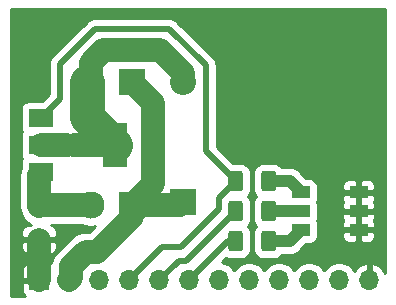
<source format=gbr>
%TF.GenerationSoftware,KiCad,Pcbnew,5.1.6+dfsg1-1*%
%TF.CreationDate,2020-12-14T15:48:38-08:00*%
%TF.ProjectId,High_Current_Analog,48696768-5f43-4757-9272-656e745f416e,rev?*%
%TF.SameCoordinates,Original*%
%TF.FileFunction,Copper,L1,Top*%
%TF.FilePolarity,Positive*%
%FSLAX46Y46*%
G04 Gerber Fmt 4.6, Leading zero omitted, Abs format (unit mm)*
G04 Created by KiCad (PCBNEW 5.1.6+dfsg1-1) date 2020-12-14 15:48:38*
%MOMM*%
%LPD*%
G01*
G04 APERTURE LIST*
%TA.AperFunction,ComponentPad*%
%ADD10C,2.300000*%
%TD*%
%TA.AperFunction,ComponentPad*%
%ADD11R,2.300000X2.300000*%
%TD*%
%TA.AperFunction,SMDPad,CuDef*%
%ADD12R,2.000000X1.500000*%
%TD*%
%TA.AperFunction,SMDPad,CuDef*%
%ADD13R,2.000000X3.800000*%
%TD*%
%TA.AperFunction,ComponentPad*%
%ADD14O,1.700000X1.700000*%
%TD*%
%TA.AperFunction,ComponentPad*%
%ADD15R,1.700000X1.700000*%
%TD*%
%TA.AperFunction,ComponentPad*%
%ADD16O,2.200000X2.200000*%
%TD*%
%TA.AperFunction,ComponentPad*%
%ADD17R,2.200000X2.200000*%
%TD*%
%TA.AperFunction,SMDPad,CuDef*%
%ADD18R,1.500000X1.000000*%
%TD*%
%TA.AperFunction,Conductor*%
%ADD19C,2.000000*%
%TD*%
%TA.AperFunction,Conductor*%
%ADD20C,1.000000*%
%TD*%
%TA.AperFunction,Conductor*%
%ADD21C,3.000000*%
%TD*%
%TA.AperFunction,Conductor*%
%ADD22C,0.500000*%
%TD*%
%TA.AperFunction,Conductor*%
%ADD23C,0.254000*%
%TD*%
G04 APERTURE END LIST*
D10*
%TO.P,J3,2*%
%TO.N,GNDPWR*%
X125278000Y-64770000D03*
D11*
%TO.P,J3,1*%
%TO.N,VCC*%
X128778000Y-64770000D03*
%TD*%
D10*
%TO.P,J2,2*%
%TO.N,OUT1*%
X125278000Y-54356000D03*
D11*
%TO.P,J2,1*%
%TO.N,VCC*%
X128778000Y-54356000D03*
%TD*%
%TO.P,R4,2*%
%TO.N,GND*%
%TA.AperFunction,SMDPad,CuDef*%
G36*
G01*
X120279000Y-67069000D02*
X121529000Y-67069000D01*
G75*
G02*
X121779000Y-67319000I0J-250000D01*
G01*
X121779000Y-68069000D01*
G75*
G02*
X121529000Y-68319000I-250000J0D01*
G01*
X120279000Y-68319000D01*
G75*
G02*
X120029000Y-68069000I0J250000D01*
G01*
X120029000Y-67319000D01*
G75*
G02*
X120279000Y-67069000I250000J0D01*
G01*
G37*
%TD.AperFunction*%
%TO.P,R4,1*%
%TO.N,GNDPWR*%
%TA.AperFunction,SMDPad,CuDef*%
G36*
G01*
X120279000Y-64269000D02*
X121529000Y-64269000D01*
G75*
G02*
X121779000Y-64519000I0J-250000D01*
G01*
X121779000Y-65269000D01*
G75*
G02*
X121529000Y-65519000I-250000J0D01*
G01*
X120279000Y-65519000D01*
G75*
G02*
X120029000Y-65269000I0J250000D01*
G01*
X120029000Y-64519000D01*
G75*
G02*
X120279000Y-64269000I250000J0D01*
G01*
G37*
%TD.AperFunction*%
%TD*%
%TO.P,R3,2*%
%TO.N,Net-(D1-Pad4)*%
%TA.AperFunction,SMDPad,CuDef*%
G36*
G01*
X139710000Y-63363000D02*
X139710000Y-62113000D01*
G75*
G02*
X139960000Y-61863000I250000J0D01*
G01*
X140710000Y-61863000D01*
G75*
G02*
X140960000Y-62113000I0J-250000D01*
G01*
X140960000Y-63363000D01*
G75*
G02*
X140710000Y-63613000I-250000J0D01*
G01*
X139960000Y-63613000D01*
G75*
G02*
X139710000Y-63363000I0J250000D01*
G01*
G37*
%TD.AperFunction*%
%TO.P,R3,1*%
%TO.N,IN1*%
%TA.AperFunction,SMDPad,CuDef*%
G36*
G01*
X136910000Y-63363000D02*
X136910000Y-62113000D01*
G75*
G02*
X137160000Y-61863000I250000J0D01*
G01*
X137910000Y-61863000D01*
G75*
G02*
X138160000Y-62113000I0J-250000D01*
G01*
X138160000Y-63363000D01*
G75*
G02*
X137910000Y-63613000I-250000J0D01*
G01*
X137160000Y-63613000D01*
G75*
G02*
X136910000Y-63363000I0J250000D01*
G01*
G37*
%TD.AperFunction*%
%TD*%
%TO.P,R2,2*%
%TO.N,Net-(D1-Pad5)*%
%TA.AperFunction,SMDPad,CuDef*%
G36*
G01*
X139710000Y-65903000D02*
X139710000Y-64653000D01*
G75*
G02*
X139960000Y-64403000I250000J0D01*
G01*
X140710000Y-64403000D01*
G75*
G02*
X140960000Y-64653000I0J-250000D01*
G01*
X140960000Y-65903000D01*
G75*
G02*
X140710000Y-66153000I-250000J0D01*
G01*
X139960000Y-66153000D01*
G75*
G02*
X139710000Y-65903000I0J250000D01*
G01*
G37*
%TD.AperFunction*%
%TO.P,R2,1*%
%TO.N,IN2*%
%TA.AperFunction,SMDPad,CuDef*%
G36*
G01*
X136910000Y-65903000D02*
X136910000Y-64653000D01*
G75*
G02*
X137160000Y-64403000I250000J0D01*
G01*
X137910000Y-64403000D01*
G75*
G02*
X138160000Y-64653000I0J-250000D01*
G01*
X138160000Y-65903000D01*
G75*
G02*
X137910000Y-66153000I-250000J0D01*
G01*
X137160000Y-66153000D01*
G75*
G02*
X136910000Y-65903000I0J250000D01*
G01*
G37*
%TD.AperFunction*%
%TD*%
%TO.P,R1,2*%
%TO.N,Net-(D1-Pad6)*%
%TA.AperFunction,SMDPad,CuDef*%
G36*
G01*
X139710000Y-68443000D02*
X139710000Y-67193000D01*
G75*
G02*
X139960000Y-66943000I250000J0D01*
G01*
X140710000Y-66943000D01*
G75*
G02*
X140960000Y-67193000I0J-250000D01*
G01*
X140960000Y-68443000D01*
G75*
G02*
X140710000Y-68693000I-250000J0D01*
G01*
X139960000Y-68693000D01*
G75*
G02*
X139710000Y-68443000I0J250000D01*
G01*
G37*
%TD.AperFunction*%
%TO.P,R1,1*%
%TO.N,IN3*%
%TA.AperFunction,SMDPad,CuDef*%
G36*
G01*
X136910000Y-68443000D02*
X136910000Y-67193000D01*
G75*
G02*
X137160000Y-66943000I250000J0D01*
G01*
X137910000Y-66943000D01*
G75*
G02*
X138160000Y-67193000I0J-250000D01*
G01*
X138160000Y-68443000D01*
G75*
G02*
X137910000Y-68693000I-250000J0D01*
G01*
X137160000Y-68693000D01*
G75*
G02*
X136910000Y-68443000I0J250000D01*
G01*
G37*
%TD.AperFunction*%
%TD*%
D12*
%TO.P,Q1,1*%
%TO.N,IN1*%
X121031000Y-57404000D03*
%TO.P,Q1,3*%
%TO.N,GNDPWR*%
X121031000Y-62004000D03*
%TO.P,Q1,2*%
%TO.N,OUT1*%
X121031000Y-59704000D03*
D13*
%TO.P,Q1,4*%
X127331000Y-59704000D03*
%TD*%
D14*
%TO.P,J1,12*%
%TO.N,GND*%
X148844000Y-71120000D03*
%TO.P,J1,11*%
%TO.N,Net-(J1-Pad11)*%
X146304000Y-71120000D03*
%TO.P,J1,10*%
%TO.N,Net-(J1-Pad10)*%
X143764000Y-71120000D03*
%TO.P,J1,9*%
%TO.N,Net-(J1-Pad9)*%
X141224000Y-71120000D03*
%TO.P,J1,8*%
%TO.N,Net-(J1-Pad8)*%
X138684000Y-71120000D03*
%TO.P,J1,7*%
%TO.N,Net-(J1-Pad7)*%
X136144000Y-71120000D03*
%TO.P,J1,6*%
%TO.N,IN3*%
X133604000Y-71120000D03*
%TO.P,J1,5*%
%TO.N,IN2*%
X131064000Y-71120000D03*
%TO.P,J1,4*%
%TO.N,IN1*%
X128524000Y-71120000D03*
%TO.P,J1,3*%
%TO.N,Net-(J1-Pad3)*%
X125984000Y-71120000D03*
%TO.P,J1,2*%
%TO.N,VCC*%
X123444000Y-71120000D03*
D15*
%TO.P,J1,1*%
%TO.N,GND*%
X120904000Y-71120000D03*
%TD*%
D16*
%TO.P,D2,2*%
%TO.N,OUT1*%
X133096000Y-54356000D03*
D17*
%TO.P,D2,1*%
%TO.N,VCC*%
X133096000Y-64516000D03*
%TD*%
D18*
%TO.P,D1,1*%
%TO.N,GND*%
X147955000Y-66878000D03*
%TO.P,D1,2*%
X147955000Y-65278000D03*
%TO.P,D1,3*%
X147955000Y-63678000D03*
%TO.P,D1,6*%
%TO.N,Net-(D1-Pad6)*%
X143055000Y-66878000D03*
%TO.P,D1,5*%
%TO.N,Net-(D1-Pad5)*%
X143055000Y-65278000D03*
%TO.P,D1,4*%
%TO.N,Net-(D1-Pad4)*%
X143055000Y-63678000D03*
%TD*%
D19*
%TO.N,GND*%
X120904000Y-67694000D02*
X120904000Y-71120000D01*
D20*
%TO.N,Net-(D1-Pad6)*%
X142115000Y-67818000D02*
X143055000Y-66878000D01*
X140335000Y-67818000D02*
X142115000Y-67818000D01*
%TO.N,Net-(D1-Pad5)*%
X140335000Y-65278000D02*
X143055000Y-65278000D01*
%TO.N,Net-(D1-Pad4)*%
X142115000Y-62738000D02*
X143055000Y-63678000D01*
X140335000Y-62738000D02*
X142115000Y-62738000D01*
D19*
%TO.N,OUT1*%
X123271002Y-59704000D02*
X121031000Y-59704000D01*
X127331000Y-59704000D02*
X123891000Y-59704000D01*
D21*
X124968000Y-57341000D02*
X124968000Y-54356000D01*
X127331000Y-59704000D02*
X124968000Y-57341000D01*
D19*
X124968000Y-54356000D02*
X125171742Y-54356000D01*
X133096000Y-53583998D02*
X133096000Y-54356000D01*
X126351656Y-51655999D02*
X131168001Y-51655999D01*
X125278000Y-52729655D02*
X126351656Y-51655999D01*
X131168001Y-51655999D02*
X133096000Y-53583998D01*
X125278000Y-54356000D02*
X125278000Y-52729655D01*
D22*
%TO.N,IN3*%
X136906000Y-67818000D02*
X137535000Y-67818000D01*
X133604000Y-71120000D02*
X136906000Y-67818000D01*
%TO.N,IN2*%
X133343001Y-69469999D02*
X137535000Y-65278000D01*
X132714001Y-69469999D02*
X133343001Y-69469999D01*
X131064000Y-71120000D02*
X132714001Y-69469999D01*
%TO.N,IN1*%
X128524000Y-71120000D02*
X131318000Y-68326000D01*
X136109990Y-64163010D02*
X137535000Y-62738000D01*
X136109990Y-65142012D02*
X136109990Y-64163010D01*
X132926002Y-68326000D02*
X136109990Y-65142012D01*
X131318000Y-68326000D02*
X132926002Y-68326000D01*
X122667990Y-55767011D02*
X121031000Y-57404000D01*
X122667990Y-52794067D02*
X122667990Y-55767011D01*
X125606067Y-49855990D02*
X122667990Y-52794067D01*
X131913589Y-49855989D02*
X125606067Y-49855990D01*
X134996001Y-60199001D02*
X134996001Y-52938401D01*
X134996001Y-52938401D02*
X131913589Y-49855989D01*
X137535000Y-62738000D02*
X134996001Y-60199001D01*
D19*
%TO.N,VCC*%
X132842000Y-64770000D02*
X133096000Y-64516000D01*
X128778000Y-64770000D02*
X132842000Y-64770000D01*
X123583999Y-70980001D02*
X123454010Y-71109990D01*
X123454010Y-71109990D02*
X123454010Y-71120000D01*
X123583999Y-69967999D02*
X123583999Y-70980001D01*
X125844001Y-68719999D02*
X124831999Y-68719999D01*
X124831999Y-68719999D02*
X123583999Y-69967999D01*
X128778000Y-65786000D02*
X125844001Y-68719999D01*
X128778000Y-64770000D02*
X128778000Y-65786000D01*
X130556000Y-56134000D02*
X128778000Y-54356000D01*
X130556000Y-62992000D02*
X130556000Y-56134000D01*
X128778000Y-64770000D02*
X130556000Y-62992000D01*
%TO.N,GNDPWR*%
X120904000Y-62254010D02*
X121031000Y-62254010D01*
X120904000Y-64894000D02*
X120904000Y-62254010D01*
X121028000Y-64770000D02*
X120904000Y-64894000D01*
X125278000Y-64770000D02*
X121028000Y-64770000D01*
%TD*%
D23*
%TO.N,GND*%
G36*
X150216000Y-48227582D02*
G01*
X150216001Y-70567241D01*
X150188157Y-70488748D01*
X150039178Y-70238645D01*
X149844269Y-70022412D01*
X149610920Y-69848359D01*
X149348099Y-69723175D01*
X149200890Y-69678524D01*
X148971000Y-69799845D01*
X148971000Y-70993000D01*
X148991000Y-70993000D01*
X148991000Y-71247000D01*
X148971000Y-71247000D01*
X148971000Y-71267000D01*
X148717000Y-71267000D01*
X148717000Y-71247000D01*
X148697000Y-71247000D01*
X148697000Y-70993000D01*
X148717000Y-70993000D01*
X148717000Y-69799845D01*
X148487110Y-69678524D01*
X148339901Y-69723175D01*
X148077080Y-69848359D01*
X147843731Y-70022412D01*
X147648822Y-70238645D01*
X147603002Y-70315566D01*
X147490099Y-70146594D01*
X147277406Y-69933901D01*
X147027306Y-69766790D01*
X146749410Y-69651681D01*
X146454396Y-69593000D01*
X146153604Y-69593000D01*
X145858590Y-69651681D01*
X145580694Y-69766790D01*
X145330594Y-69933901D01*
X145117901Y-70146594D01*
X145034000Y-70272161D01*
X144950099Y-70146594D01*
X144737406Y-69933901D01*
X144487306Y-69766790D01*
X144209410Y-69651681D01*
X143914396Y-69593000D01*
X143613604Y-69593000D01*
X143318590Y-69651681D01*
X143040694Y-69766790D01*
X142790594Y-69933901D01*
X142577901Y-70146594D01*
X142494000Y-70272161D01*
X142410099Y-70146594D01*
X142197406Y-69933901D01*
X141947306Y-69766790D01*
X141669410Y-69651681D01*
X141374396Y-69593000D01*
X141073604Y-69593000D01*
X140778590Y-69651681D01*
X140500694Y-69766790D01*
X140250594Y-69933901D01*
X140037901Y-70146594D01*
X139954000Y-70272161D01*
X139870099Y-70146594D01*
X139657406Y-69933901D01*
X139407306Y-69766790D01*
X139129410Y-69651681D01*
X138834396Y-69593000D01*
X138533604Y-69593000D01*
X138238590Y-69651681D01*
X137960694Y-69766790D01*
X137710594Y-69933901D01*
X137497901Y-70146594D01*
X137414000Y-70272161D01*
X137330099Y-70146594D01*
X137117406Y-69933901D01*
X136867306Y-69766790D01*
X136589410Y-69651681D01*
X136417491Y-69617485D01*
X136757414Y-69277562D01*
X136803999Y-69302462D01*
X136978512Y-69355400D01*
X137160000Y-69373275D01*
X137910000Y-69373275D01*
X138091488Y-69355400D01*
X138266001Y-69302462D01*
X138426833Y-69216495D01*
X138567804Y-69100804D01*
X138683495Y-68959833D01*
X138769462Y-68799001D01*
X138822400Y-68624488D01*
X138840275Y-68443000D01*
X138840275Y-67193000D01*
X138822400Y-67011512D01*
X138769462Y-66836999D01*
X138683495Y-66676167D01*
X138578312Y-66548000D01*
X138683495Y-66419833D01*
X138769462Y-66259001D01*
X138822400Y-66084488D01*
X138840275Y-65903000D01*
X138840275Y-64653000D01*
X138822400Y-64471512D01*
X138769462Y-64296999D01*
X138683495Y-64136167D01*
X138578312Y-64008000D01*
X138683495Y-63879833D01*
X138769462Y-63719001D01*
X138822400Y-63544488D01*
X138840275Y-63363000D01*
X138840275Y-62113000D01*
X139029725Y-62113000D01*
X139029725Y-63363000D01*
X139047600Y-63544488D01*
X139100538Y-63719001D01*
X139186505Y-63879833D01*
X139291688Y-64008000D01*
X139186505Y-64136167D01*
X139100538Y-64296999D01*
X139047600Y-64471512D01*
X139029725Y-64653000D01*
X139029725Y-65903000D01*
X139047600Y-66084488D01*
X139100538Y-66259001D01*
X139186505Y-66419833D01*
X139291688Y-66548000D01*
X139186505Y-66676167D01*
X139100538Y-66836999D01*
X139047600Y-67011512D01*
X139029725Y-67193000D01*
X139029725Y-68443000D01*
X139047600Y-68624488D01*
X139100538Y-68799001D01*
X139186505Y-68959833D01*
X139302196Y-69100804D01*
X139443167Y-69216495D01*
X139603999Y-69302462D01*
X139778512Y-69355400D01*
X139960000Y-69373275D01*
X140710000Y-69373275D01*
X140891488Y-69355400D01*
X141066001Y-69302462D01*
X141226833Y-69216495D01*
X141367804Y-69100804D01*
X141454634Y-68995000D01*
X142057188Y-68995000D01*
X142115000Y-69000694D01*
X142172812Y-68995000D01*
X142345732Y-68977969D01*
X142567597Y-68910667D01*
X142772070Y-68801374D01*
X142951291Y-68654291D01*
X142988150Y-68609378D01*
X143539254Y-68058275D01*
X143805000Y-68058275D01*
X143937715Y-68045204D01*
X144065330Y-68006492D01*
X144182941Y-67943628D01*
X144286027Y-67859027D01*
X144370628Y-67755941D01*
X144433492Y-67638330D01*
X144472204Y-67510715D01*
X144485275Y-67378000D01*
X146566928Y-67378000D01*
X146579188Y-67502482D01*
X146615498Y-67622180D01*
X146674463Y-67732494D01*
X146753815Y-67829185D01*
X146850506Y-67908537D01*
X146960820Y-67967502D01*
X147080518Y-68003812D01*
X147205000Y-68016072D01*
X147669250Y-68013000D01*
X147828000Y-67854250D01*
X147828000Y-67005000D01*
X148082000Y-67005000D01*
X148082000Y-67854250D01*
X148240750Y-68013000D01*
X148705000Y-68016072D01*
X148829482Y-68003812D01*
X148949180Y-67967502D01*
X149059494Y-67908537D01*
X149156185Y-67829185D01*
X149235537Y-67732494D01*
X149294502Y-67622180D01*
X149330812Y-67502482D01*
X149343072Y-67378000D01*
X149340000Y-67163750D01*
X149181250Y-67005000D01*
X148082000Y-67005000D01*
X147828000Y-67005000D01*
X146728750Y-67005000D01*
X146570000Y-67163750D01*
X146566928Y-67378000D01*
X144485275Y-67378000D01*
X144485275Y-66378000D01*
X144472204Y-66245285D01*
X144433492Y-66117670D01*
X144412288Y-66078000D01*
X144433492Y-66038330D01*
X144472204Y-65910715D01*
X144485275Y-65778000D01*
X146566928Y-65778000D01*
X146579188Y-65902482D01*
X146615498Y-66022180D01*
X146645335Y-66078000D01*
X146615498Y-66133820D01*
X146579188Y-66253518D01*
X146566928Y-66378000D01*
X146570000Y-66592250D01*
X146728750Y-66751000D01*
X147828000Y-66751000D01*
X147828000Y-65405000D01*
X148082000Y-65405000D01*
X148082000Y-66751000D01*
X149181250Y-66751000D01*
X149340000Y-66592250D01*
X149343072Y-66378000D01*
X149330812Y-66253518D01*
X149294502Y-66133820D01*
X149264665Y-66078000D01*
X149294502Y-66022180D01*
X149330812Y-65902482D01*
X149343072Y-65778000D01*
X149340000Y-65563750D01*
X149181250Y-65405000D01*
X148082000Y-65405000D01*
X147828000Y-65405000D01*
X146728750Y-65405000D01*
X146570000Y-65563750D01*
X146566928Y-65778000D01*
X144485275Y-65778000D01*
X144485275Y-64778000D01*
X144472204Y-64645285D01*
X144433492Y-64517670D01*
X144412288Y-64478000D01*
X144433492Y-64438330D01*
X144472204Y-64310715D01*
X144485275Y-64178000D01*
X146566928Y-64178000D01*
X146579188Y-64302482D01*
X146615498Y-64422180D01*
X146645335Y-64478000D01*
X146615498Y-64533820D01*
X146579188Y-64653518D01*
X146566928Y-64778000D01*
X146570000Y-64992250D01*
X146728750Y-65151000D01*
X147828000Y-65151000D01*
X147828000Y-63805000D01*
X148082000Y-63805000D01*
X148082000Y-65151000D01*
X149181250Y-65151000D01*
X149340000Y-64992250D01*
X149343072Y-64778000D01*
X149330812Y-64653518D01*
X149294502Y-64533820D01*
X149264665Y-64478000D01*
X149294502Y-64422180D01*
X149330812Y-64302482D01*
X149343072Y-64178000D01*
X149340000Y-63963750D01*
X149181250Y-63805000D01*
X148082000Y-63805000D01*
X147828000Y-63805000D01*
X146728750Y-63805000D01*
X146570000Y-63963750D01*
X146566928Y-64178000D01*
X144485275Y-64178000D01*
X144485275Y-63178000D01*
X146566928Y-63178000D01*
X146570000Y-63392250D01*
X146728750Y-63551000D01*
X147828000Y-63551000D01*
X147828000Y-62701750D01*
X148082000Y-62701750D01*
X148082000Y-63551000D01*
X149181250Y-63551000D01*
X149340000Y-63392250D01*
X149343072Y-63178000D01*
X149330812Y-63053518D01*
X149294502Y-62933820D01*
X149235537Y-62823506D01*
X149156185Y-62726815D01*
X149059494Y-62647463D01*
X148949180Y-62588498D01*
X148829482Y-62552188D01*
X148705000Y-62539928D01*
X148240750Y-62543000D01*
X148082000Y-62701750D01*
X147828000Y-62701750D01*
X147669250Y-62543000D01*
X147205000Y-62539928D01*
X147080518Y-62552188D01*
X146960820Y-62588498D01*
X146850506Y-62647463D01*
X146753815Y-62726815D01*
X146674463Y-62823506D01*
X146615498Y-62933820D01*
X146579188Y-63053518D01*
X146566928Y-63178000D01*
X144485275Y-63178000D01*
X144472204Y-63045285D01*
X144433492Y-62917670D01*
X144370628Y-62800059D01*
X144286027Y-62696973D01*
X144182941Y-62612372D01*
X144065330Y-62549508D01*
X143937715Y-62510796D01*
X143805000Y-62497725D01*
X143539254Y-62497725D01*
X142988150Y-61946622D01*
X142951291Y-61901709D01*
X142772070Y-61754626D01*
X142567597Y-61645333D01*
X142345732Y-61578031D01*
X142172812Y-61561000D01*
X142115000Y-61555306D01*
X142057188Y-61561000D01*
X141454634Y-61561000D01*
X141367804Y-61455196D01*
X141226833Y-61339505D01*
X141066001Y-61253538D01*
X140891488Y-61200600D01*
X140710000Y-61182725D01*
X139960000Y-61182725D01*
X139778512Y-61200600D01*
X139603999Y-61253538D01*
X139443167Y-61339505D01*
X139302196Y-61455196D01*
X139186505Y-61596167D01*
X139100538Y-61756999D01*
X139047600Y-61931512D01*
X139029725Y-62113000D01*
X138840275Y-62113000D01*
X138822400Y-61931512D01*
X138769462Y-61756999D01*
X138683495Y-61596167D01*
X138567804Y-61455196D01*
X138426833Y-61339505D01*
X138266001Y-61253538D01*
X138091488Y-61200600D01*
X137910000Y-61182725D01*
X137290701Y-61182725D01*
X135923001Y-59815026D01*
X135923001Y-52983928D01*
X135927485Y-52938401D01*
X135923001Y-52892874D01*
X135923001Y-52892863D01*
X135909588Y-52756677D01*
X135856581Y-52581937D01*
X135854214Y-52577508D01*
X135770502Y-52420895D01*
X135683689Y-52315113D01*
X135683685Y-52315109D01*
X135654660Y-52279742D01*
X135619293Y-52250717D01*
X132601271Y-49232696D01*
X132572247Y-49197330D01*
X132536880Y-49168305D01*
X132536876Y-49168301D01*
X132431094Y-49081488D01*
X132270052Y-48995409D01*
X132095312Y-48942402D01*
X131959126Y-48928989D01*
X131959116Y-48928989D01*
X131913589Y-48924505D01*
X131868062Y-48928989D01*
X125651601Y-48928991D01*
X125606066Y-48924506D01*
X125560531Y-48928991D01*
X125560529Y-48928991D01*
X125424343Y-48942404D01*
X125290272Y-48983074D01*
X125249602Y-48995411D01*
X125088561Y-49081489D01*
X124982779Y-49168303D01*
X124982775Y-49168307D01*
X124947408Y-49197332D01*
X124918383Y-49232699D01*
X122044703Y-52106379D01*
X122009331Y-52135408D01*
X121980303Y-52170779D01*
X121980302Y-52170780D01*
X121893489Y-52276562D01*
X121831550Y-52392442D01*
X121807410Y-52437604D01*
X121754403Y-52612344D01*
X121740990Y-52748530D01*
X121740990Y-52748540D01*
X121736506Y-52794067D01*
X121740990Y-52839595D01*
X121740991Y-55383034D01*
X121150300Y-55973725D01*
X120031000Y-55973725D01*
X119898285Y-55986796D01*
X119770670Y-56025508D01*
X119653059Y-56088372D01*
X119549973Y-56172973D01*
X119465372Y-56276059D01*
X119402508Y-56393670D01*
X119363796Y-56521285D01*
X119350725Y-56654000D01*
X119350725Y-58154000D01*
X119363796Y-58286715D01*
X119402508Y-58414330D01*
X119465372Y-58531941D01*
X119483475Y-58554000D01*
X119465372Y-58576059D01*
X119402508Y-58693670D01*
X119363796Y-58821285D01*
X119350725Y-58954000D01*
X119350725Y-59654869D01*
X119345886Y-59704000D01*
X119350725Y-59753131D01*
X119350725Y-60454000D01*
X119363796Y-60586715D01*
X119402508Y-60714330D01*
X119465372Y-60831941D01*
X119483475Y-60854000D01*
X119465372Y-60876059D01*
X119402508Y-60993670D01*
X119363796Y-61121285D01*
X119350725Y-61254000D01*
X119350725Y-61602472D01*
X119347158Y-61609145D01*
X119251265Y-61925261D01*
X119218886Y-62254010D01*
X119227001Y-62336402D01*
X119227000Y-64811619D01*
X119218886Y-64894000D01*
X119227000Y-64976380D01*
X119227000Y-64976382D01*
X119251265Y-65222748D01*
X119347158Y-65538864D01*
X119502879Y-65830198D01*
X119712444Y-66085556D01*
X119967801Y-66295121D01*
X120223778Y-66431943D01*
X120029000Y-66430928D01*
X119904518Y-66443188D01*
X119784820Y-66479498D01*
X119674506Y-66538463D01*
X119577815Y-66617815D01*
X119498463Y-66714506D01*
X119439498Y-66824820D01*
X119403188Y-66944518D01*
X119390928Y-67069000D01*
X119394000Y-67408250D01*
X119552750Y-67567000D01*
X120777000Y-67567000D01*
X120777000Y-67547000D01*
X121031000Y-67547000D01*
X121031000Y-67567000D01*
X122255250Y-67567000D01*
X122414000Y-67408250D01*
X122417072Y-67069000D01*
X122404812Y-66944518D01*
X122368502Y-66824820D01*
X122309537Y-66714506D01*
X122230185Y-66617815D01*
X122133494Y-66538463D01*
X122023180Y-66479498D01*
X121916048Y-66447000D01*
X124552456Y-66447000D01*
X124745084Y-66526789D01*
X125098056Y-66597000D01*
X125457944Y-66597000D01*
X125629487Y-66562878D01*
X125149366Y-67042999D01*
X124914382Y-67042999D01*
X124831999Y-67034885D01*
X124503249Y-67067264D01*
X124187134Y-67163157D01*
X123895799Y-67318878D01*
X123823759Y-67378000D01*
X123640443Y-67528443D01*
X123587923Y-67592439D01*
X122456443Y-68723919D01*
X122392443Y-68776443D01*
X122182878Y-69031801D01*
X122027157Y-69323135D01*
X121931264Y-69639251D01*
X121929261Y-69659592D01*
X121878482Y-69644188D01*
X121754000Y-69631928D01*
X121189750Y-69635000D01*
X121031000Y-69793750D01*
X121031000Y-70993000D01*
X121051000Y-70993000D01*
X121051000Y-71247000D01*
X121031000Y-71247000D01*
X121031000Y-71267000D01*
X120777000Y-71267000D01*
X120777000Y-71247000D01*
X119577750Y-71247000D01*
X119419000Y-71405750D01*
X119415928Y-71970000D01*
X119428188Y-72094482D01*
X119464498Y-72214180D01*
X119523463Y-72324494D01*
X119602815Y-72421185D01*
X119689104Y-72492000D01*
X118516000Y-72492000D01*
X118516000Y-70270000D01*
X119415928Y-70270000D01*
X119419000Y-70834250D01*
X119577750Y-70993000D01*
X120777000Y-70993000D01*
X120777000Y-69793750D01*
X120618250Y-69635000D01*
X120054000Y-69631928D01*
X119929518Y-69644188D01*
X119809820Y-69680498D01*
X119699506Y-69739463D01*
X119602815Y-69818815D01*
X119523463Y-69915506D01*
X119464498Y-70025820D01*
X119428188Y-70145518D01*
X119415928Y-70270000D01*
X118516000Y-70270000D01*
X118516000Y-68319000D01*
X119390928Y-68319000D01*
X119403188Y-68443482D01*
X119439498Y-68563180D01*
X119498463Y-68673494D01*
X119577815Y-68770185D01*
X119674506Y-68849537D01*
X119784820Y-68908502D01*
X119904518Y-68944812D01*
X120029000Y-68957072D01*
X120618250Y-68954000D01*
X120777000Y-68795250D01*
X120777000Y-67821000D01*
X121031000Y-67821000D01*
X121031000Y-68795250D01*
X121189750Y-68954000D01*
X121779000Y-68957072D01*
X121903482Y-68944812D01*
X122023180Y-68908502D01*
X122133494Y-68849537D01*
X122230185Y-68770185D01*
X122309537Y-68673494D01*
X122368502Y-68563180D01*
X122404812Y-68443482D01*
X122417072Y-68319000D01*
X122414000Y-67979750D01*
X122255250Y-67821000D01*
X121031000Y-67821000D01*
X120777000Y-67821000D01*
X119552750Y-67821000D01*
X119394000Y-67979750D01*
X119390928Y-68319000D01*
X118516000Y-68319000D01*
X118516000Y-48158000D01*
X150216000Y-48158000D01*
X150216000Y-48227582D01*
G37*
X150216000Y-48227582D02*
X150216001Y-70567241D01*
X150188157Y-70488748D01*
X150039178Y-70238645D01*
X149844269Y-70022412D01*
X149610920Y-69848359D01*
X149348099Y-69723175D01*
X149200890Y-69678524D01*
X148971000Y-69799845D01*
X148971000Y-70993000D01*
X148991000Y-70993000D01*
X148991000Y-71247000D01*
X148971000Y-71247000D01*
X148971000Y-71267000D01*
X148717000Y-71267000D01*
X148717000Y-71247000D01*
X148697000Y-71247000D01*
X148697000Y-70993000D01*
X148717000Y-70993000D01*
X148717000Y-69799845D01*
X148487110Y-69678524D01*
X148339901Y-69723175D01*
X148077080Y-69848359D01*
X147843731Y-70022412D01*
X147648822Y-70238645D01*
X147603002Y-70315566D01*
X147490099Y-70146594D01*
X147277406Y-69933901D01*
X147027306Y-69766790D01*
X146749410Y-69651681D01*
X146454396Y-69593000D01*
X146153604Y-69593000D01*
X145858590Y-69651681D01*
X145580694Y-69766790D01*
X145330594Y-69933901D01*
X145117901Y-70146594D01*
X145034000Y-70272161D01*
X144950099Y-70146594D01*
X144737406Y-69933901D01*
X144487306Y-69766790D01*
X144209410Y-69651681D01*
X143914396Y-69593000D01*
X143613604Y-69593000D01*
X143318590Y-69651681D01*
X143040694Y-69766790D01*
X142790594Y-69933901D01*
X142577901Y-70146594D01*
X142494000Y-70272161D01*
X142410099Y-70146594D01*
X142197406Y-69933901D01*
X141947306Y-69766790D01*
X141669410Y-69651681D01*
X141374396Y-69593000D01*
X141073604Y-69593000D01*
X140778590Y-69651681D01*
X140500694Y-69766790D01*
X140250594Y-69933901D01*
X140037901Y-70146594D01*
X139954000Y-70272161D01*
X139870099Y-70146594D01*
X139657406Y-69933901D01*
X139407306Y-69766790D01*
X139129410Y-69651681D01*
X138834396Y-69593000D01*
X138533604Y-69593000D01*
X138238590Y-69651681D01*
X137960694Y-69766790D01*
X137710594Y-69933901D01*
X137497901Y-70146594D01*
X137414000Y-70272161D01*
X137330099Y-70146594D01*
X137117406Y-69933901D01*
X136867306Y-69766790D01*
X136589410Y-69651681D01*
X136417491Y-69617485D01*
X136757414Y-69277562D01*
X136803999Y-69302462D01*
X136978512Y-69355400D01*
X137160000Y-69373275D01*
X137910000Y-69373275D01*
X138091488Y-69355400D01*
X138266001Y-69302462D01*
X138426833Y-69216495D01*
X138567804Y-69100804D01*
X138683495Y-68959833D01*
X138769462Y-68799001D01*
X138822400Y-68624488D01*
X138840275Y-68443000D01*
X138840275Y-67193000D01*
X138822400Y-67011512D01*
X138769462Y-66836999D01*
X138683495Y-66676167D01*
X138578312Y-66548000D01*
X138683495Y-66419833D01*
X138769462Y-66259001D01*
X138822400Y-66084488D01*
X138840275Y-65903000D01*
X138840275Y-64653000D01*
X138822400Y-64471512D01*
X138769462Y-64296999D01*
X138683495Y-64136167D01*
X138578312Y-64008000D01*
X138683495Y-63879833D01*
X138769462Y-63719001D01*
X138822400Y-63544488D01*
X138840275Y-63363000D01*
X138840275Y-62113000D01*
X139029725Y-62113000D01*
X139029725Y-63363000D01*
X139047600Y-63544488D01*
X139100538Y-63719001D01*
X139186505Y-63879833D01*
X139291688Y-64008000D01*
X139186505Y-64136167D01*
X139100538Y-64296999D01*
X139047600Y-64471512D01*
X139029725Y-64653000D01*
X139029725Y-65903000D01*
X139047600Y-66084488D01*
X139100538Y-66259001D01*
X139186505Y-66419833D01*
X139291688Y-66548000D01*
X139186505Y-66676167D01*
X139100538Y-66836999D01*
X139047600Y-67011512D01*
X139029725Y-67193000D01*
X139029725Y-68443000D01*
X139047600Y-68624488D01*
X139100538Y-68799001D01*
X139186505Y-68959833D01*
X139302196Y-69100804D01*
X139443167Y-69216495D01*
X139603999Y-69302462D01*
X139778512Y-69355400D01*
X139960000Y-69373275D01*
X140710000Y-69373275D01*
X140891488Y-69355400D01*
X141066001Y-69302462D01*
X141226833Y-69216495D01*
X141367804Y-69100804D01*
X141454634Y-68995000D01*
X142057188Y-68995000D01*
X142115000Y-69000694D01*
X142172812Y-68995000D01*
X142345732Y-68977969D01*
X142567597Y-68910667D01*
X142772070Y-68801374D01*
X142951291Y-68654291D01*
X142988150Y-68609378D01*
X143539254Y-68058275D01*
X143805000Y-68058275D01*
X143937715Y-68045204D01*
X144065330Y-68006492D01*
X144182941Y-67943628D01*
X144286027Y-67859027D01*
X144370628Y-67755941D01*
X144433492Y-67638330D01*
X144472204Y-67510715D01*
X144485275Y-67378000D01*
X146566928Y-67378000D01*
X146579188Y-67502482D01*
X146615498Y-67622180D01*
X146674463Y-67732494D01*
X146753815Y-67829185D01*
X146850506Y-67908537D01*
X146960820Y-67967502D01*
X147080518Y-68003812D01*
X147205000Y-68016072D01*
X147669250Y-68013000D01*
X147828000Y-67854250D01*
X147828000Y-67005000D01*
X148082000Y-67005000D01*
X148082000Y-67854250D01*
X148240750Y-68013000D01*
X148705000Y-68016072D01*
X148829482Y-68003812D01*
X148949180Y-67967502D01*
X149059494Y-67908537D01*
X149156185Y-67829185D01*
X149235537Y-67732494D01*
X149294502Y-67622180D01*
X149330812Y-67502482D01*
X149343072Y-67378000D01*
X149340000Y-67163750D01*
X149181250Y-67005000D01*
X148082000Y-67005000D01*
X147828000Y-67005000D01*
X146728750Y-67005000D01*
X146570000Y-67163750D01*
X146566928Y-67378000D01*
X144485275Y-67378000D01*
X144485275Y-66378000D01*
X144472204Y-66245285D01*
X144433492Y-66117670D01*
X144412288Y-66078000D01*
X144433492Y-66038330D01*
X144472204Y-65910715D01*
X144485275Y-65778000D01*
X146566928Y-65778000D01*
X146579188Y-65902482D01*
X146615498Y-66022180D01*
X146645335Y-66078000D01*
X146615498Y-66133820D01*
X146579188Y-66253518D01*
X146566928Y-66378000D01*
X146570000Y-66592250D01*
X146728750Y-66751000D01*
X147828000Y-66751000D01*
X147828000Y-65405000D01*
X148082000Y-65405000D01*
X148082000Y-66751000D01*
X149181250Y-66751000D01*
X149340000Y-66592250D01*
X149343072Y-66378000D01*
X149330812Y-66253518D01*
X149294502Y-66133820D01*
X149264665Y-66078000D01*
X149294502Y-66022180D01*
X149330812Y-65902482D01*
X149343072Y-65778000D01*
X149340000Y-65563750D01*
X149181250Y-65405000D01*
X148082000Y-65405000D01*
X147828000Y-65405000D01*
X146728750Y-65405000D01*
X146570000Y-65563750D01*
X146566928Y-65778000D01*
X144485275Y-65778000D01*
X144485275Y-64778000D01*
X144472204Y-64645285D01*
X144433492Y-64517670D01*
X144412288Y-64478000D01*
X144433492Y-64438330D01*
X144472204Y-64310715D01*
X144485275Y-64178000D01*
X146566928Y-64178000D01*
X146579188Y-64302482D01*
X146615498Y-64422180D01*
X146645335Y-64478000D01*
X146615498Y-64533820D01*
X146579188Y-64653518D01*
X146566928Y-64778000D01*
X146570000Y-64992250D01*
X146728750Y-65151000D01*
X147828000Y-65151000D01*
X147828000Y-63805000D01*
X148082000Y-63805000D01*
X148082000Y-65151000D01*
X149181250Y-65151000D01*
X149340000Y-64992250D01*
X149343072Y-64778000D01*
X149330812Y-64653518D01*
X149294502Y-64533820D01*
X149264665Y-64478000D01*
X149294502Y-64422180D01*
X149330812Y-64302482D01*
X149343072Y-64178000D01*
X149340000Y-63963750D01*
X149181250Y-63805000D01*
X148082000Y-63805000D01*
X147828000Y-63805000D01*
X146728750Y-63805000D01*
X146570000Y-63963750D01*
X146566928Y-64178000D01*
X144485275Y-64178000D01*
X144485275Y-63178000D01*
X146566928Y-63178000D01*
X146570000Y-63392250D01*
X146728750Y-63551000D01*
X147828000Y-63551000D01*
X147828000Y-62701750D01*
X148082000Y-62701750D01*
X148082000Y-63551000D01*
X149181250Y-63551000D01*
X149340000Y-63392250D01*
X149343072Y-63178000D01*
X149330812Y-63053518D01*
X149294502Y-62933820D01*
X149235537Y-62823506D01*
X149156185Y-62726815D01*
X149059494Y-62647463D01*
X148949180Y-62588498D01*
X148829482Y-62552188D01*
X148705000Y-62539928D01*
X148240750Y-62543000D01*
X148082000Y-62701750D01*
X147828000Y-62701750D01*
X147669250Y-62543000D01*
X147205000Y-62539928D01*
X147080518Y-62552188D01*
X146960820Y-62588498D01*
X146850506Y-62647463D01*
X146753815Y-62726815D01*
X146674463Y-62823506D01*
X146615498Y-62933820D01*
X146579188Y-63053518D01*
X146566928Y-63178000D01*
X144485275Y-63178000D01*
X144472204Y-63045285D01*
X144433492Y-62917670D01*
X144370628Y-62800059D01*
X144286027Y-62696973D01*
X144182941Y-62612372D01*
X144065330Y-62549508D01*
X143937715Y-62510796D01*
X143805000Y-62497725D01*
X143539254Y-62497725D01*
X142988150Y-61946622D01*
X142951291Y-61901709D01*
X142772070Y-61754626D01*
X142567597Y-61645333D01*
X142345732Y-61578031D01*
X142172812Y-61561000D01*
X142115000Y-61555306D01*
X142057188Y-61561000D01*
X141454634Y-61561000D01*
X141367804Y-61455196D01*
X141226833Y-61339505D01*
X141066001Y-61253538D01*
X140891488Y-61200600D01*
X140710000Y-61182725D01*
X139960000Y-61182725D01*
X139778512Y-61200600D01*
X139603999Y-61253538D01*
X139443167Y-61339505D01*
X139302196Y-61455196D01*
X139186505Y-61596167D01*
X139100538Y-61756999D01*
X139047600Y-61931512D01*
X139029725Y-62113000D01*
X138840275Y-62113000D01*
X138822400Y-61931512D01*
X138769462Y-61756999D01*
X138683495Y-61596167D01*
X138567804Y-61455196D01*
X138426833Y-61339505D01*
X138266001Y-61253538D01*
X138091488Y-61200600D01*
X137910000Y-61182725D01*
X137290701Y-61182725D01*
X135923001Y-59815026D01*
X135923001Y-52983928D01*
X135927485Y-52938401D01*
X135923001Y-52892874D01*
X135923001Y-52892863D01*
X135909588Y-52756677D01*
X135856581Y-52581937D01*
X135854214Y-52577508D01*
X135770502Y-52420895D01*
X135683689Y-52315113D01*
X135683685Y-52315109D01*
X135654660Y-52279742D01*
X135619293Y-52250717D01*
X132601271Y-49232696D01*
X132572247Y-49197330D01*
X132536880Y-49168305D01*
X132536876Y-49168301D01*
X132431094Y-49081488D01*
X132270052Y-48995409D01*
X132095312Y-48942402D01*
X131959126Y-48928989D01*
X131959116Y-48928989D01*
X131913589Y-48924505D01*
X131868062Y-48928989D01*
X125651601Y-48928991D01*
X125606066Y-48924506D01*
X125560531Y-48928991D01*
X125560529Y-48928991D01*
X125424343Y-48942404D01*
X125290272Y-48983074D01*
X125249602Y-48995411D01*
X125088561Y-49081489D01*
X124982779Y-49168303D01*
X124982775Y-49168307D01*
X124947408Y-49197332D01*
X124918383Y-49232699D01*
X122044703Y-52106379D01*
X122009331Y-52135408D01*
X121980303Y-52170779D01*
X121980302Y-52170780D01*
X121893489Y-52276562D01*
X121831550Y-52392442D01*
X121807410Y-52437604D01*
X121754403Y-52612344D01*
X121740990Y-52748530D01*
X121740990Y-52748540D01*
X121736506Y-52794067D01*
X121740990Y-52839595D01*
X121740991Y-55383034D01*
X121150300Y-55973725D01*
X120031000Y-55973725D01*
X119898285Y-55986796D01*
X119770670Y-56025508D01*
X119653059Y-56088372D01*
X119549973Y-56172973D01*
X119465372Y-56276059D01*
X119402508Y-56393670D01*
X119363796Y-56521285D01*
X119350725Y-56654000D01*
X119350725Y-58154000D01*
X119363796Y-58286715D01*
X119402508Y-58414330D01*
X119465372Y-58531941D01*
X119483475Y-58554000D01*
X119465372Y-58576059D01*
X119402508Y-58693670D01*
X119363796Y-58821285D01*
X119350725Y-58954000D01*
X119350725Y-59654869D01*
X119345886Y-59704000D01*
X119350725Y-59753131D01*
X119350725Y-60454000D01*
X119363796Y-60586715D01*
X119402508Y-60714330D01*
X119465372Y-60831941D01*
X119483475Y-60854000D01*
X119465372Y-60876059D01*
X119402508Y-60993670D01*
X119363796Y-61121285D01*
X119350725Y-61254000D01*
X119350725Y-61602472D01*
X119347158Y-61609145D01*
X119251265Y-61925261D01*
X119218886Y-62254010D01*
X119227001Y-62336402D01*
X119227000Y-64811619D01*
X119218886Y-64894000D01*
X119227000Y-64976380D01*
X119227000Y-64976382D01*
X119251265Y-65222748D01*
X119347158Y-65538864D01*
X119502879Y-65830198D01*
X119712444Y-66085556D01*
X119967801Y-66295121D01*
X120223778Y-66431943D01*
X120029000Y-66430928D01*
X119904518Y-66443188D01*
X119784820Y-66479498D01*
X119674506Y-66538463D01*
X119577815Y-66617815D01*
X119498463Y-66714506D01*
X119439498Y-66824820D01*
X119403188Y-66944518D01*
X119390928Y-67069000D01*
X119394000Y-67408250D01*
X119552750Y-67567000D01*
X120777000Y-67567000D01*
X120777000Y-67547000D01*
X121031000Y-67547000D01*
X121031000Y-67567000D01*
X122255250Y-67567000D01*
X122414000Y-67408250D01*
X122417072Y-67069000D01*
X122404812Y-66944518D01*
X122368502Y-66824820D01*
X122309537Y-66714506D01*
X122230185Y-66617815D01*
X122133494Y-66538463D01*
X122023180Y-66479498D01*
X121916048Y-66447000D01*
X124552456Y-66447000D01*
X124745084Y-66526789D01*
X125098056Y-66597000D01*
X125457944Y-66597000D01*
X125629487Y-66562878D01*
X125149366Y-67042999D01*
X124914382Y-67042999D01*
X124831999Y-67034885D01*
X124503249Y-67067264D01*
X124187134Y-67163157D01*
X123895799Y-67318878D01*
X123823759Y-67378000D01*
X123640443Y-67528443D01*
X123587923Y-67592439D01*
X122456443Y-68723919D01*
X122392443Y-68776443D01*
X122182878Y-69031801D01*
X122027157Y-69323135D01*
X121931264Y-69639251D01*
X121929261Y-69659592D01*
X121878482Y-69644188D01*
X121754000Y-69631928D01*
X121189750Y-69635000D01*
X121031000Y-69793750D01*
X121031000Y-70993000D01*
X121051000Y-70993000D01*
X121051000Y-71247000D01*
X121031000Y-71247000D01*
X121031000Y-71267000D01*
X120777000Y-71267000D01*
X120777000Y-71247000D01*
X119577750Y-71247000D01*
X119419000Y-71405750D01*
X119415928Y-71970000D01*
X119428188Y-72094482D01*
X119464498Y-72214180D01*
X119523463Y-72324494D01*
X119602815Y-72421185D01*
X119689104Y-72492000D01*
X118516000Y-72492000D01*
X118516000Y-70270000D01*
X119415928Y-70270000D01*
X119419000Y-70834250D01*
X119577750Y-70993000D01*
X120777000Y-70993000D01*
X120777000Y-69793750D01*
X120618250Y-69635000D01*
X120054000Y-69631928D01*
X119929518Y-69644188D01*
X119809820Y-69680498D01*
X119699506Y-69739463D01*
X119602815Y-69818815D01*
X119523463Y-69915506D01*
X119464498Y-70025820D01*
X119428188Y-70145518D01*
X119415928Y-70270000D01*
X118516000Y-70270000D01*
X118516000Y-68319000D01*
X119390928Y-68319000D01*
X119403188Y-68443482D01*
X119439498Y-68563180D01*
X119498463Y-68673494D01*
X119577815Y-68770185D01*
X119674506Y-68849537D01*
X119784820Y-68908502D01*
X119904518Y-68944812D01*
X120029000Y-68957072D01*
X120618250Y-68954000D01*
X120777000Y-68795250D01*
X120777000Y-67821000D01*
X121031000Y-67821000D01*
X121031000Y-68795250D01*
X121189750Y-68954000D01*
X121779000Y-68957072D01*
X121903482Y-68944812D01*
X122023180Y-68908502D01*
X122133494Y-68849537D01*
X122230185Y-68770185D01*
X122309537Y-68673494D01*
X122368502Y-68563180D01*
X122404812Y-68443482D01*
X122417072Y-68319000D01*
X122414000Y-67979750D01*
X122255250Y-67821000D01*
X121031000Y-67821000D01*
X120777000Y-67821000D01*
X119552750Y-67821000D01*
X119394000Y-67979750D01*
X119390928Y-68319000D01*
X118516000Y-68319000D01*
X118516000Y-48158000D01*
X150216000Y-48158000D01*
X150216000Y-48227582D01*
%TD*%
M02*

</source>
